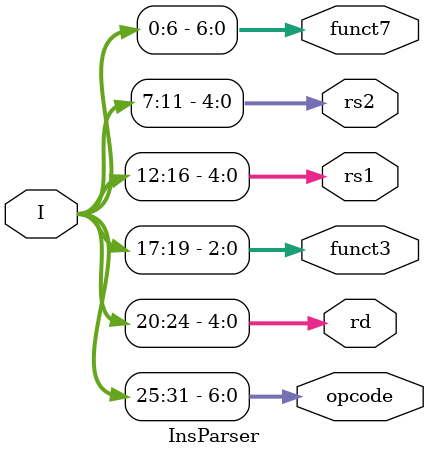
<source format=v>
`timescale 1ns / 1ps


module InsParser(
  
input  [0:31]I,                     // 32 bits input
output [0:6]opcode,           // 7 bits output
output [0:4]rd,                  // 5 bits output
output [0:2]funct3,          // 3 bits output
output [0:4]rs1,              // 5 bits output
output [0:4]rs2,             // 5 bits output
output [0:6]funct7        // 7 bits output
    );
    
assign funct7 = I[0:6];                       //assigning value
assign rs2 = I[7:11];                         //assigning value
assign rs1 = I[12:16];                     //assigning value
assign funct3 = I[17:19];               //assigning value
assign rd = I[20:24];                    //assigning value
assign opcode = I[25:31];          //assigning value
endmodule

</source>
